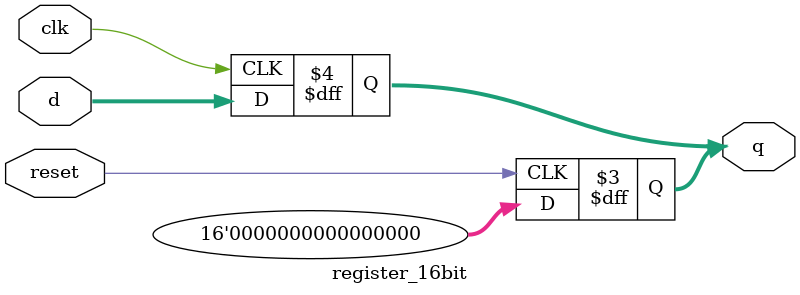
<source format=v>
module register_16bit(clk, reset, d, q);

	input clk, reset;
	input  [15:0] d;
	output reg [15:0] q;

	always @(posedge clk) begin
		q <= d;
	end
	
	always @(negedge reset) begin
		q <= 0;
	end

endmodule

</source>
